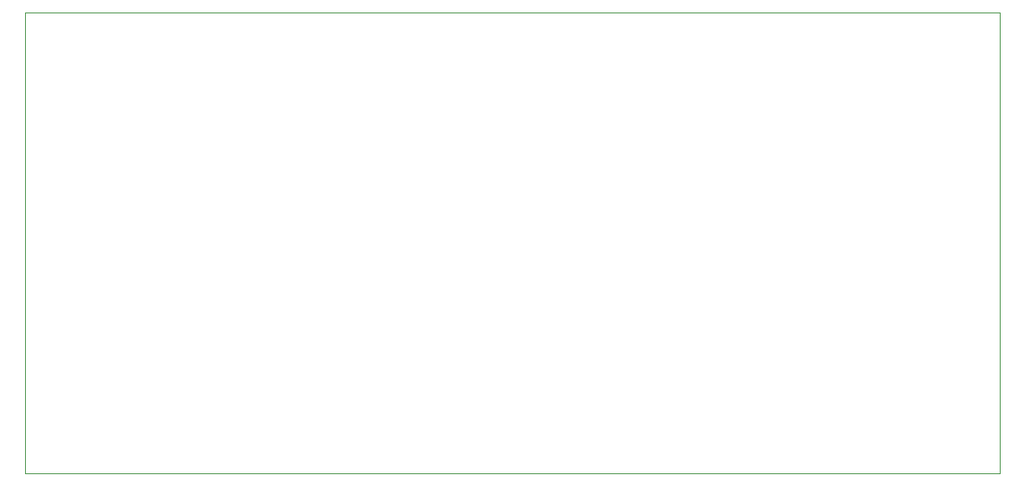
<source format=gbr>
G04 #@! TF.GenerationSoftware,KiCad,Pcbnew,(5.1.4-0-10_14)*
G04 #@! TF.CreationDate,2019-12-15T08:51:47-08:00*
G04 #@! TF.ProjectId,ram-32-word,72616d2d-3332-42d7-976f-72642e6b6963,rev?*
G04 #@! TF.SameCoordinates,Original*
G04 #@! TF.FileFunction,Profile,NP*
%FSLAX46Y46*%
G04 Gerber Fmt 4.6, Leading zero omitted, Abs format (unit mm)*
G04 Created by KiCad (PCBNEW (5.1.4-0-10_14)) date 2019-12-15 08:51:47*
%MOMM*%
%LPD*%
G04 APERTURE LIST*
%ADD10C,0.100000*%
G04 APERTURE END LIST*
D10*
X61214000Y-103632000D02*
X61214000Y-150368000D01*
X160020000Y-103632000D02*
X61214000Y-103632000D01*
X160020000Y-150368000D02*
X160020000Y-103632000D01*
X61214000Y-150368000D02*
X160020000Y-150368000D01*
M02*

</source>
